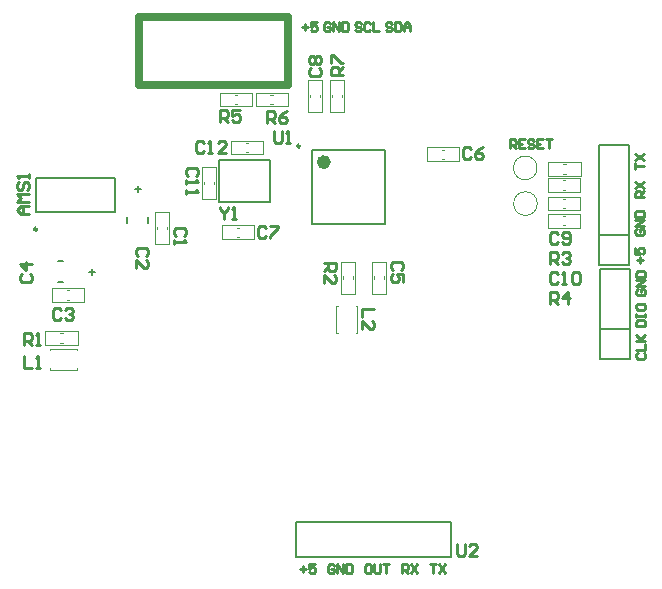
<source format=gto>
G04*
G04 #@! TF.GenerationSoftware,Altium Limited,Altium Designer,21.3.2 (30)*
G04*
G04 Layer_Color=65535*
%FSLAX24Y24*%
%MOIN*%
G70*
G04*
G04 #@! TF.SameCoordinates,C6C43F33-DCCB-449E-A6F8-7945281E5F6C*
G04*
G04*
G04 #@! TF.FilePolarity,Positive*
G04*
G01*
G75*
%ADD10C,0.0098*%
%ADD11C,0.0236*%
%ADD12C,0.0039*%
%ADD13C,0.0079*%
%ADD14C,0.0040*%
%ADD15C,0.0250*%
%ADD16C,0.0050*%
%ADD17C,0.0100*%
D10*
X2208Y13194D02*
G03*
X2208Y13194I-49J0D01*
G01*
X10979Y15964D02*
G03*
X10979Y15964I-49J0D01*
G01*
D11*
X11885Y15432D02*
G03*
X11885Y15432I-118J0D01*
G01*
D12*
X18882Y14050D02*
G03*
X18882Y14050I-394J0D01*
G01*
X18874Y15240D02*
G03*
X18874Y15240I-394J0D01*
G01*
D13*
X2158Y13785D02*
X4796D01*
X2158Y14887D02*
X4796D01*
X2158Y13785D02*
Y14887D01*
X4796Y13785D02*
Y14887D01*
X5462Y14543D02*
X5658D01*
X5560Y14445D02*
Y14642D01*
X5914Y13411D02*
Y13589D01*
X5206Y13411D02*
Y13589D01*
X4033Y11682D02*
Y11878D01*
X3935Y11780D02*
X4132D01*
X2901Y11426D02*
X3079D01*
X2901Y12134D02*
X3079D01*
X20960Y9860D02*
X21960D01*
X20960Y8860D02*
X21960D01*
X20960D02*
Y11860D01*
X21960D01*
Y8860D02*
Y11860D01*
X20950Y12990D02*
X21950D01*
X20950Y11990D02*
X21950D01*
X20950D02*
Y15990D01*
X21950Y11990D02*
Y15990D01*
X20950D02*
X21950D01*
X11373Y13385D02*
X13814D01*
X11373Y15826D02*
X13814D01*
Y13385D02*
Y15826D01*
X11373Y13385D02*
Y15826D01*
X10836Y2260D02*
Y3420D01*
X16006D01*
X10836Y2260D02*
X16006D01*
Y3420D01*
D14*
X6150Y13760D02*
X6610D01*
X6150Y12690D02*
Y13760D01*
Y12690D02*
X6610D01*
Y13760D01*
X6540Y13190D02*
Y13270D01*
X6220Y13190D02*
Y13270D01*
X3770Y10780D02*
Y11240D01*
X2700D02*
X3770D01*
X2700Y10780D02*
Y11240D01*
Y10780D02*
X3770D01*
X3200Y10850D02*
X3280D01*
X3200Y11170D02*
X3280D01*
X11250Y17115D02*
X11710D01*
Y18185D01*
X11250D02*
X11710D01*
X11250Y17115D02*
Y18185D01*
X11320Y17605D02*
Y17685D01*
X11640Y17605D02*
Y17685D01*
X9440Y12860D02*
Y13320D01*
X8370D02*
X9440D01*
X8370Y12860D02*
Y13320D01*
Y12860D02*
X9440D01*
X8870Y12930D02*
X8950D01*
X8870Y13250D02*
X8950D01*
X15205Y15460D02*
Y15920D01*
Y15460D02*
X16275D01*
Y15920D01*
X15205D02*
X16275D01*
X15695Y15850D02*
X15775D01*
X15695Y15530D02*
X15775D01*
X13380Y12110D02*
X13840D01*
X13380Y11040D02*
Y12110D01*
Y11040D02*
X13840D01*
Y12110D01*
X13770Y11540D02*
Y11620D01*
X13450Y11540D02*
Y11620D01*
X3550Y9160D02*
Y9210D01*
X2650D02*
X3550D01*
X2650Y9160D02*
Y9210D01*
X3550Y8510D02*
Y8560D01*
X2650Y8510D02*
X3550D01*
X2650D02*
Y8560D01*
X2990Y9720D02*
X3070D01*
X2990Y9400D02*
X3070D01*
X2490Y9330D02*
X3560D01*
X2490D02*
Y9790D01*
X3560D01*
Y9330D02*
Y9790D01*
X12840Y9730D02*
X12890D01*
Y10630D01*
X12840D02*
X12890D01*
X12190Y9730D02*
X12240D01*
X12190D02*
Y10630D01*
X12240D01*
X12410Y11540D02*
Y11620D01*
X12730Y11540D02*
Y11620D01*
X12800Y11040D02*
Y12110D01*
X12340Y11040D02*
X12800D01*
X12340D02*
Y12110D01*
X12800D01*
X19730Y13320D02*
X19810D01*
X19730Y13640D02*
X19810D01*
X19240Y13710D02*
X20310D01*
Y13250D02*
Y13710D01*
X19240Y13250D02*
X20310D01*
X19240D02*
Y13710D01*
X19730Y14510D02*
X19810D01*
X19730Y14830D02*
X19810D01*
X19240Y14900D02*
X20310D01*
Y14440D02*
Y14900D01*
X19240Y14440D02*
X20310D01*
X19240D02*
Y14900D01*
X8800Y17680D02*
X8880D01*
X8800Y17360D02*
X8880D01*
X8300Y17290D02*
X9370D01*
X8300D02*
Y17750D01*
X9370D01*
Y17290D02*
Y17750D01*
X19240Y13820D02*
Y14280D01*
Y13820D02*
X20310D01*
Y14280D01*
X19240D02*
X20310D01*
X19730Y14210D02*
X19810D01*
X19730Y13890D02*
X19810D01*
X19257Y14970D02*
Y15430D01*
Y14970D02*
X20327D01*
Y15430D01*
X19257D02*
X20327D01*
X19747Y15360D02*
X19827D01*
X19747Y15040D02*
X19827D01*
X9990Y17360D02*
X10070D01*
X9990Y17680D02*
X10070D01*
X9500Y17750D02*
X10570D01*
Y17290D02*
Y17750D01*
X9500Y17290D02*
X10570D01*
X9500D02*
Y17750D01*
X12370Y17605D02*
Y17685D01*
X12050Y17605D02*
Y17685D01*
X11980Y17115D02*
Y18185D01*
X12440D01*
Y17115D02*
Y18185D01*
X11980Y17115D02*
X12440D01*
X7720Y14210D02*
X8180D01*
Y15280D01*
X7720D02*
X8180D01*
X7720Y14210D02*
Y15280D01*
X7790Y14700D02*
Y14780D01*
X8110Y14700D02*
Y14780D01*
X9735Y15690D02*
Y16150D01*
X8665D02*
X9735D01*
X8665Y15690D02*
Y16150D01*
Y15690D02*
X9735D01*
X9165Y15760D02*
X9245D01*
X9165Y16080D02*
X9245D01*
D15*
X5624Y18010D02*
Y20262D01*
X10576D01*
Y18010D02*
Y20262D01*
X5624Y18010D02*
X10576D01*
D16*
X8260Y15510D02*
X9960D01*
Y14110D02*
Y15510D01*
X8260Y14110D02*
Y15510D01*
Y14110D02*
X9960D01*
D17*
X17970Y15890D02*
Y16190D01*
X18120D01*
X18170Y16140D01*
Y16040D01*
X18120Y15990D01*
X17970D01*
X18070D02*
X18170Y15890D01*
X18470Y16190D02*
X18270D01*
Y15890D01*
X18470D01*
X18270Y16040D02*
X18370D01*
X18770Y16140D02*
X18720Y16190D01*
X18620D01*
X18570Y16140D01*
Y16090D01*
X18620Y16040D01*
X18720D01*
X18770Y15990D01*
Y15940D01*
X18720Y15890D01*
X18620D01*
X18570Y15940D01*
X19070Y16190D02*
X18870D01*
Y15890D01*
X19070D01*
X18870Y16040D02*
X18970D01*
X19170Y16190D02*
X19370D01*
X19270D01*
Y15890D01*
X14030Y20050D02*
X13980Y20100D01*
X13880D01*
X13830Y20050D01*
Y20000D01*
X13880Y19950D01*
X13980D01*
X14030Y19900D01*
Y19850D01*
X13980Y19800D01*
X13880D01*
X13830Y19850D01*
X14130Y20100D02*
Y19800D01*
X14280D01*
X14330Y19850D01*
Y20050D01*
X14280Y20100D01*
X14130D01*
X14430Y19800D02*
Y20000D01*
X14530Y20100D01*
X14630Y20000D01*
Y19800D01*
Y19950D01*
X14430D01*
X13020Y20050D02*
X12970Y20100D01*
X12870D01*
X12820Y20050D01*
Y20000D01*
X12870Y19950D01*
X12970D01*
X13020Y19900D01*
Y19850D01*
X12970Y19800D01*
X12870D01*
X12820Y19850D01*
X13320Y20050D02*
X13270Y20100D01*
X13170D01*
X13120Y20050D01*
Y19850D01*
X13170Y19800D01*
X13270D01*
X13320Y19850D01*
X13420Y20100D02*
Y19800D01*
X13620D01*
X11990Y20050D02*
X11940Y20100D01*
X11840D01*
X11790Y20050D01*
Y19850D01*
X11840Y19800D01*
X11940D01*
X11990Y19850D01*
Y19950D01*
X11890D01*
X12090Y19800D02*
Y20100D01*
X12290Y19800D01*
Y20100D01*
X12390D02*
Y19800D01*
X12540D01*
X12590Y19850D01*
Y20050D01*
X12540Y20100D01*
X12390D01*
X11040Y19950D02*
X11240D01*
X11140Y20050D02*
Y19850D01*
X11540Y20100D02*
X11340D01*
Y19950D01*
X11440Y20000D01*
X11490D01*
X11540Y19950D01*
Y19850D01*
X11490Y19800D01*
X11390D01*
X11340Y19850D01*
X15319Y2020D02*
X15519D01*
X15419D01*
Y1720D01*
X15619Y2020D02*
X15819Y1720D01*
Y2020D02*
X15619Y1720D01*
X14387D02*
Y2020D01*
X14537D01*
X14587Y1970D01*
Y1870D01*
X14537Y1820D01*
X14387D01*
X14487D02*
X14587Y1720D01*
X14687Y2020D02*
X14887Y1720D01*
Y2020D02*
X14687Y1720D01*
X13305Y2020D02*
X13205D01*
X13155Y1970D01*
Y1770D01*
X13205Y1720D01*
X13305D01*
X13355Y1770D01*
Y1970D01*
X13305Y2020D01*
X13455D02*
Y1770D01*
X13505Y1720D01*
X13605D01*
X13655Y1770D01*
Y2020D01*
X13755D02*
X13954D01*
X13855D01*
Y1720D01*
X12122Y1970D02*
X12072Y2020D01*
X11972D01*
X11922Y1970D01*
Y1770D01*
X11972Y1720D01*
X12072D01*
X12122Y1770D01*
Y1870D01*
X12022D01*
X12222Y1720D02*
Y2020D01*
X12422Y1720D01*
Y2020D01*
X12522D02*
Y1720D01*
X12672D01*
X12722Y1770D01*
Y1970D01*
X12672Y2020D01*
X12522D01*
X10990Y1870D02*
X11190D01*
X11090Y1970D02*
Y1770D01*
X11490Y2020D02*
X11290D01*
Y1870D01*
X11390Y1920D01*
X11440D01*
X11490Y1870D01*
Y1770D01*
X11440Y1720D01*
X11340D01*
X11290Y1770D01*
X22150Y15210D02*
Y15410D01*
Y15310D01*
X22450D01*
X22150Y15510D02*
X22450Y15710D01*
X22150D02*
X22450Y15510D01*
Y14263D02*
X22150D01*
Y14413D01*
X22200Y14463D01*
X22300D01*
X22350Y14413D01*
Y14263D01*
Y14363D02*
X22450Y14463D01*
X22150Y14563D02*
X22450Y14763D01*
X22150D02*
X22450Y14563D01*
X22200Y13217D02*
X22150Y13167D01*
Y13067D01*
X22200Y13017D01*
X22400D01*
X22450Y13067D01*
Y13167D01*
X22400Y13217D01*
X22300D01*
Y13117D01*
X22450Y13317D02*
X22150D01*
X22450Y13517D01*
X22150D01*
Y13616D02*
X22450D01*
Y13766D01*
X22400Y13816D01*
X22200D01*
X22150Y13766D01*
Y13616D01*
X22300Y12070D02*
Y12270D01*
X22200Y12170D02*
X22400D01*
X22150Y12570D02*
Y12370D01*
X22300D01*
X22250Y12470D01*
Y12520D01*
X22300Y12570D01*
X22400D01*
X22450Y12520D01*
Y12420D01*
X22400Y12370D01*
X22230Y9080D02*
X22180Y9030D01*
Y8930D01*
X22230Y8880D01*
X22430D01*
X22480Y8930D01*
Y9030D01*
X22430Y9080D01*
X22180Y9180D02*
X22480D01*
Y9380D01*
X22180Y9480D02*
X22480D01*
X22380D01*
X22180Y9680D01*
X22330Y9530D01*
X22480Y9680D01*
X22180Y9960D02*
X22480D01*
Y10110D01*
X22430Y10160D01*
X22230D01*
X22180Y10110D01*
Y9960D01*
Y10260D02*
Y10360D01*
Y10310D01*
X22480D01*
Y10260D01*
Y10360D01*
X22180Y10660D02*
Y10560D01*
X22230Y10510D01*
X22430D01*
X22480Y10560D01*
Y10660D01*
X22430Y10709D01*
X22230D01*
X22180Y10660D01*
X22230Y11189D02*
X22180Y11139D01*
Y11039D01*
X22230Y10989D01*
X22430D01*
X22480Y11039D01*
Y11139D01*
X22430Y11189D01*
X22330D01*
Y11089D01*
X22480Y11289D02*
X22180D01*
X22480Y11489D01*
X22180D01*
Y11589D02*
X22480D01*
Y11739D01*
X22430Y11789D01*
X22230D01*
X22180Y11739D01*
Y11589D01*
X8293Y13930D02*
Y13863D01*
X8427Y13730D01*
X8560Y13863D01*
Y13930D01*
X8427Y13730D02*
Y13530D01*
X8693D02*
X8827D01*
X8760D01*
Y13930D01*
X8693Y13863D01*
X16197Y2690D02*
Y2357D01*
X16263Y2290D01*
X16397D01*
X16463Y2357D01*
Y2690D01*
X16863Y2290D02*
X16597D01*
X16863Y2557D01*
Y2623D01*
X16797Y2690D01*
X16663D01*
X16597Y2623D01*
X10123Y16480D02*
Y16147D01*
X10190Y16080D01*
X10323D01*
X10390Y16147D01*
Y16480D01*
X10523Y16080D02*
X10657D01*
X10590D01*
Y16480D01*
X10523Y16413D01*
X12400Y18327D02*
X12000D01*
Y18527D01*
X12067Y18593D01*
X12200D01*
X12267Y18527D01*
Y18327D01*
Y18460D02*
X12400Y18593D01*
X12000Y18727D02*
Y18993D01*
X12067D01*
X12333Y18727D01*
X12400D01*
X9867Y16750D02*
Y17150D01*
X10067D01*
X10133Y17083D01*
Y16950D01*
X10067Y16883D01*
X9867D01*
X10000D02*
X10133Y16750D01*
X10533Y17150D02*
X10400Y17083D01*
X10267Y16950D01*
Y16817D01*
X10333Y16750D01*
X10467D01*
X10533Y16817D01*
Y16883D01*
X10467Y16950D01*
X10267D01*
X8317Y16760D02*
Y17160D01*
X8517D01*
X8583Y17093D01*
Y16960D01*
X8517Y16893D01*
X8317D01*
X8450D02*
X8583Y16760D01*
X8983Y17160D02*
X8717D01*
Y16960D01*
X8850Y17027D01*
X8917D01*
X8983Y16960D01*
Y16827D01*
X8917Y16760D01*
X8783D01*
X8717Y16827D01*
X19317Y10690D02*
Y11090D01*
X19517D01*
X19583Y11023D01*
Y10890D01*
X19517Y10823D01*
X19317D01*
X19450D02*
X19583Y10690D01*
X19917D02*
Y11090D01*
X19717Y10890D01*
X19983D01*
X19317Y12030D02*
Y12429D01*
X19517D01*
X19583Y12363D01*
Y12229D01*
X19517Y12163D01*
X19317D01*
X19450D02*
X19583Y12030D01*
X19717Y12363D02*
X19783Y12429D01*
X19917D01*
X19983Y12363D01*
Y12296D01*
X19917Y12229D01*
X19850D01*
X19917D01*
X19983Y12163D01*
Y12096D01*
X19917Y12030D01*
X19783D01*
X19717Y12096D01*
X11790Y12063D02*
X12190D01*
Y11863D01*
X12123Y11797D01*
X11990D01*
X11923Y11863D01*
Y12063D01*
Y11930D02*
X11790Y11797D01*
Y11397D02*
Y11663D01*
X12057Y11397D01*
X12123D01*
X12190Y11463D01*
Y11597D01*
X12123Y11663D01*
X1763Y9340D02*
Y9740D01*
X1963D01*
X2030Y9673D01*
Y9540D01*
X1963Y9473D01*
X1763D01*
X1897D02*
X2030Y9340D01*
X2163D02*
X2297D01*
X2230D01*
Y9740D01*
X2163Y9673D01*
X13450Y10523D02*
X13050D01*
Y10257D01*
Y9857D02*
Y10123D01*
X13317Y9857D01*
X13383D01*
X13450Y9923D01*
Y10057D01*
X13383Y10123D01*
X1763Y8970D02*
Y8570D01*
X2030D01*
X2163D02*
X2297D01*
X2230D01*
Y8970D01*
X2163Y8903D01*
X7777Y16073D02*
X7710Y16140D01*
X7577D01*
X7510Y16073D01*
Y15807D01*
X7577Y15740D01*
X7710D01*
X7777Y15807D01*
X7910Y15740D02*
X8043D01*
X7977D01*
Y16140D01*
X7910Y16073D01*
X8510Y15740D02*
X8243D01*
X8510Y16007D01*
Y16073D01*
X8443Y16140D01*
X8310D01*
X8243Y16073D01*
X7523Y14957D02*
X7590Y15023D01*
Y15157D01*
X7523Y15223D01*
X7257D01*
X7190Y15157D01*
Y15023D01*
X7257Y14957D01*
X7190Y14823D02*
Y14690D01*
Y14757D01*
X7590D01*
X7523Y14823D01*
X7190Y14490D02*
Y14357D01*
Y14423D01*
X7590D01*
X7523Y14490D01*
X19583Y11693D02*
X19517Y11760D01*
X19383D01*
X19317Y11693D01*
Y11426D01*
X19383Y11360D01*
X19517D01*
X19583Y11426D01*
X19717Y11360D02*
X19850D01*
X19783D01*
Y11760D01*
X19717Y11693D01*
X20050D02*
X20117Y11760D01*
X20250D01*
X20316Y11693D01*
Y11426D01*
X20250Y11360D01*
X20117D01*
X20050Y11426D01*
Y11693D01*
X19583Y13033D02*
X19517Y13099D01*
X19383D01*
X19317Y13033D01*
Y12766D01*
X19383Y12699D01*
X19517D01*
X19583Y12766D01*
X19717D02*
X19783Y12699D01*
X19917D01*
X19983Y12766D01*
Y13033D01*
X19917Y13099D01*
X19783D01*
X19717Y13033D01*
Y12966D01*
X19783Y12899D01*
X19983D01*
X11347Y18573D02*
X11280Y18507D01*
Y18373D01*
X11347Y18307D01*
X11613D01*
X11680Y18373D01*
Y18507D01*
X11613Y18573D01*
X11347Y18707D02*
X11280Y18773D01*
Y18907D01*
X11347Y18973D01*
X11413D01*
X11480Y18907D01*
X11547Y18973D01*
X11613D01*
X11680Y18907D01*
Y18773D01*
X11613Y18707D01*
X11547D01*
X11480Y18773D01*
X11413Y18707D01*
X11347D01*
X11480Y18773D02*
Y18907D01*
X9843Y13223D02*
X9777Y13290D01*
X9643D01*
X9577Y13223D01*
Y12957D01*
X9643Y12890D01*
X9777D01*
X9843Y12957D01*
X9977Y13290D02*
X10243D01*
Y13223D01*
X9977Y12957D01*
Y12890D01*
X16663Y15853D02*
X16597Y15920D01*
X16463D01*
X16397Y15853D01*
Y15587D01*
X16463Y15520D01*
X16597D01*
X16663Y15587D01*
X17063Y15920D02*
X16930Y15853D01*
X16797Y15720D01*
Y15587D01*
X16863Y15520D01*
X16997D01*
X17063Y15587D01*
Y15653D01*
X16997Y15720D01*
X16797D01*
X14343Y11827D02*
X14410Y11893D01*
Y12027D01*
X14343Y12093D01*
X14077D01*
X14010Y12027D01*
Y11893D01*
X14077Y11827D01*
X14410Y11427D02*
Y11693D01*
X14210D01*
X14277Y11560D01*
Y11493D01*
X14210Y11427D01*
X14077D01*
X14010Y11493D01*
Y11627D01*
X14077Y11693D01*
X1697Y11713D02*
X1630Y11647D01*
Y11513D01*
X1697Y11447D01*
X1963D01*
X2030Y11513D01*
Y11647D01*
X1963Y11713D01*
X2030Y12047D02*
X1630D01*
X1830Y11847D01*
Y12113D01*
X3023Y10513D02*
X2957Y10580D01*
X2823D01*
X2757Y10513D01*
Y10247D01*
X2823Y10180D01*
X2957D01*
X3023Y10247D01*
X3157Y10513D02*
X3223Y10580D01*
X3357D01*
X3423Y10513D01*
Y10447D01*
X3357Y10380D01*
X3290D01*
X3357D01*
X3423Y10313D01*
Y10247D01*
X3357Y10180D01*
X3223D01*
X3157Y10247D01*
X5853Y12297D02*
X5920Y12363D01*
Y12497D01*
X5853Y12563D01*
X5587D01*
X5520Y12497D01*
Y12363D01*
X5587Y12297D01*
X5520Y11897D02*
Y12163D01*
X5787Y11897D01*
X5853D01*
X5920Y11963D01*
Y12097D01*
X5853Y12163D01*
X7113Y12980D02*
X7180Y13047D01*
Y13180D01*
X7113Y13247D01*
X6847D01*
X6780Y13180D01*
Y13047D01*
X6847Y12980D01*
X6780Y12847D02*
Y12713D01*
Y12780D01*
X7180D01*
X7113Y12847D01*
X1950Y13694D02*
X1683D01*
X1550Y13827D01*
X1683Y13960D01*
X1950D01*
X1750D01*
Y13694D01*
X1950Y14093D02*
X1550D01*
X1683Y14227D01*
X1550Y14360D01*
X1950D01*
X1617Y14760D02*
X1550Y14693D01*
Y14560D01*
X1617Y14493D01*
X1683D01*
X1750Y14560D01*
Y14693D01*
X1817Y14760D01*
X1883D01*
X1950Y14693D01*
Y14560D01*
X1883Y14493D01*
X1950Y14893D02*
Y15026D01*
Y14960D01*
X1550D01*
X1617Y14893D01*
M02*

</source>
